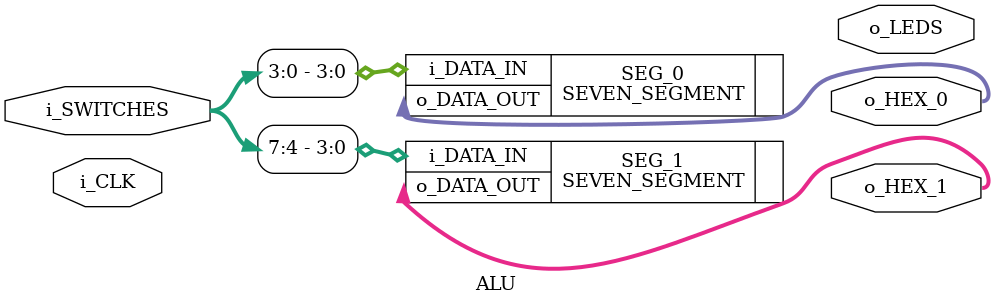
<source format=v>
module ALU (
	//CLOCK to bs used - 50 MHz
	input i_CLK,
	input [9:0] i_SWITCHES,
	
	//SEGMENT 7
	output [6:0] o_HEX_0,
	output [6:0] o_HEX_1,
	
	
	//LEDS
	output reg [9:0] o_LEDS
);

SEVEN_SEGMENT SEG_0 (
.i_DATA_IN (i_SWITCHES[3:0]),
.o_DATA_OUT(o_HEX_0)
);

SEVEN_SEGMENT SEG_1 (
.i_DATA_IN	(i_SWITCHES[7:4]),
.o_DATA_OUT (o_HEX_1)
);

endmodule
</source>
